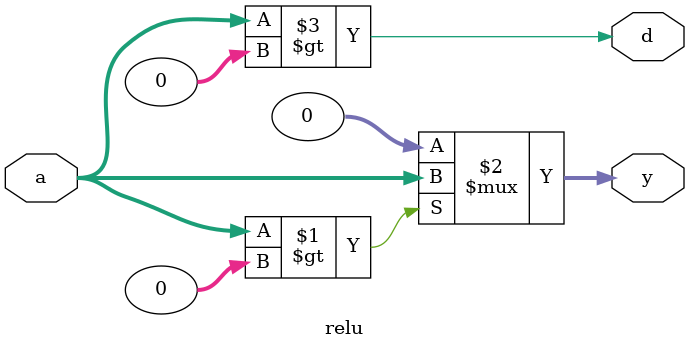
<source format=v>
module multiplier(
  input signed [31:0] a,
  input signed [31:0] b,
  output signed [31:0] y
);
  assign y = a*b;
endmodule

module adder(
  input signed [31:0] a,
  input signed [31:0] b,
  output signed [31:0] y
);
  assign y = a+b;
endmodule

module relu(
  input signed [31:0] a,
  output signed [31:0] y,
  output d
);
  assign y = a > 0 ? a : 0;
  assign d = a > 0;
endmodule
</source>
